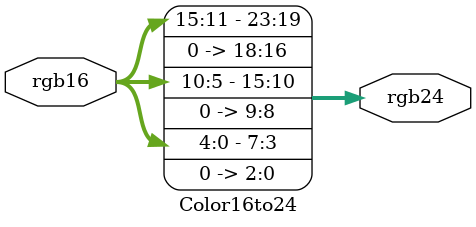
<source format=v>
`timescale 1ns / 1ps


module Color16to24(
	input[15:0] rgb16,
	output[23:0] rgb24
    );

	assign rgb24[23:16] = {rgb16[15:11],3'b0};
	assign rgb24[15:8] = {rgb16[10:5],2'b0};
	assign rgb24[7:0] = {rgb16[4:0],3'b0};

endmodule
</source>
